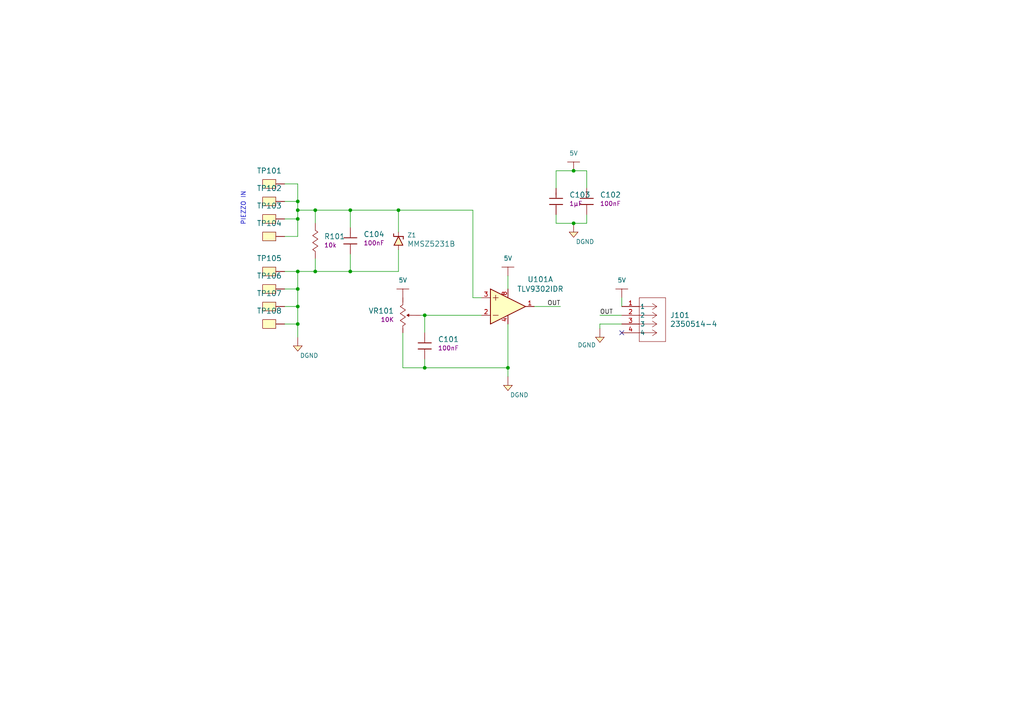
<source format=kicad_sch>
(kicad_sch (version 20231120) (generator "eeschema") (generator_version "8.0")
  (paper "A4")
  (title_block (title "PIEZZO") (date "2024-07-24") (company "Gérémy Sauvageau"))
  (lib_symbols
    (symbol "Amplifiers:TLV9302IDR" (pin_names (offset 0.254))
      (property "Reference" "U" (at 0.762 -7.366 0))
      (property "Value" "TLV9302IDR" (at 0.762 -9.906 0))
      (symbol "TLV9302IDR_0_1"
        (polyline (pts (xy -3.048 -2.54) (xy -1.524 -2.54)))
        (polyline (pts (xy -3.048 2.54) (xy -1.524 2.54)))
        (polyline (pts (xy -2.286 3.302) (xy -2.286 1.778)))
        (polyline (pts (xy -3.81 5.08) (xy -3.81 -5.08) (xy 6.35 0) (xy -3.81 5.08)) (stroke (width 0.254)) (fill (type background)))
      )
      (symbol "TLV9302IDR_1_1"
        (pin output line (at 8.89 0 180) (length 2.54) (name "") (number "1"))
        (pin input line (at -6.35 -2.54 0) (length 2.54) (name "") (number "2"))
        (pin input line (at -6.35 2.54 0) (length 2.54) (name "") (number "3"))
        (pin power_in line (at 1.27 -5.08 90) (length 2.54) (name "") (number "4"))
        (pin power_in line (at 1.27 5.08 270) (length 2.54) (name "") (number "8"))
      )
      (symbol "TLV9302IDR_2_1"
        (pin input line (at -6.35 2.54 0) (length 2.54) (name "") (number "5"))
        (pin input line (at -6.35 -2.54 0) (length 2.54) (name "") (number "6"))
        (pin output line (at 8.89 0 180) (length 2.54) (name "") (number "7"))
      )
    )
    (symbol "Capacitors:885012107015" (pin_numbers hide) (pin_names (offset 0) hide)
      (property "Reference" "C" (at -1.27 4.064 0))
      (property "Capacitance (Farad)" "1µF" (at -1.27 -3.048 0))
      (symbol "885012107015_0_1"
        (polyline (pts (xy -2.54 0) (xy -2.286 0)))
        (polyline (pts (xy -2.159 1.905) (xy -2.159 -1.905)) (stroke (width 0.254)))
        (polyline (pts (xy -0.381 1.905) (xy -0.381 -1.905)) (stroke (width 0.254)))
        (polyline (pts (xy 0 0) (xy -0.254 0)))
        (polyline (pts (xy 0.635 0) (xy 1.27 0)))
      )
      (symbol "885012107015_1_1"
        (pin passive line (at -5.08 0 0) (length 2.54) (name "1") (number "1"))
        (pin passive line (at 2.54 0 180) (length 2.54) (name "2") (number "2"))
      )
    )
    (symbol "Capacitors:885012207098" (pin_numbers hide) (pin_names (offset 0) hide)
      (property "Reference" "C" (at -1.27 4.064 0))
      (property "Capacitance (Farad)" "100nF" (at -1.27 -3.048 0))
      (symbol "885012207098_0_1"
        (polyline (pts (xy -2.54 0) (xy -2.286 0)))
        (polyline (pts (xy -2.159 1.905) (xy -2.159 -1.905)) (stroke (width 0.254)))
        (polyline (pts (xy -0.381 1.905) (xy -0.381 -1.905)) (stroke (width 0.254)))
        (polyline (pts (xy 0 0) (xy -0.254 0)))
        (polyline (pts (xy 0.635 0) (xy 1.27 0)))
      )
      (symbol "885012207098_1_1"
        (pin passive line (at -5.08 0 0) (length 2.54) (name "1") (number "1"))
        (pin passive line (at 2.54 0 180) (length 2.54) (name "2") (number "2"))
      )
    )
    (symbol "Connectors:2350514-4" (pin_names (offset 0.254))
      (property "Reference" "J" (at 8.89 6.35 0))
      (property "Value" "2350514-4" (at 0 0 0))
      (symbol "2350514-4_1_1"
        (polyline (pts (xy 5.08 -10.16) (xy 12.7 -10.16)) (stroke (width 0.127)))
        (polyline (pts (xy 5.08 2.54) (xy 5.08 -10.16)) (stroke (width 0.127)))
        (polyline (pts (xy 10.16 -7.62) (xy 5.08 -7.62)) (stroke (width 0.127)))
        (polyline (pts (xy 10.16 -7.62) (xy 8.89 -8.4667)) (stroke (width 0.127)))
        (polyline (pts (xy 10.16 -7.62) (xy 8.89 -6.7733)) (stroke (width 0.127)))
        (polyline (pts (xy 10.16 -5.08) (xy 5.08 -5.08)) (stroke (width 0.127)))
        (polyline (pts (xy 10.16 -5.08) (xy 8.89 -5.9267)) (stroke (width 0.127)))
        (polyline (pts (xy 10.16 -5.08) (xy 8.89 -4.2333)) (stroke (width 0.127)))
        (polyline (pts (xy 10.16 -2.54) (xy 5.08 -2.54)) (stroke (width 0.127)))
        (polyline (pts (xy 10.16 -2.54) (xy 8.89 -3.3867)) (stroke (width 0.127)))
        (polyline (pts (xy 10.16 -2.54) (xy 8.89 -1.6933)) (stroke (width 0.127)))
        (polyline (pts (xy 10.16 0) (xy 5.08 0)) (stroke (width 0.127)))
        (polyline (pts (xy 10.16 0) (xy 8.89 -0.8467)) (stroke (width 0.127)))
        (polyline (pts (xy 10.16 0) (xy 8.89 0.8467)) (stroke (width 0.127)))
        (polyline (pts (xy 12.7 -10.16) (xy 12.7 2.54)) (stroke (width 0.127)))
        (polyline (pts (xy 12.7 2.54) (xy 5.08 2.54)) (stroke (width 0.127)))
        (pin unspecified line (at 0 0 0) (length 5.08) (name "1") (number "1"))
        (pin unspecified line (at 0 -2.54 0) (length 5.08) (name "2") (number "2"))
        (pin unspecified line (at 0 -5.08 0) (length 5.08) (name "3") (number "3"))
        (pin unspecified line (at 0 -7.62 0) (length 5.08) (name "4") (number "4"))
      )
      (symbol "2350514-4_1_2"
        (polyline (pts (xy 5.08 -10.16) (xy 12.7 -10.16)) (stroke (width 0.127)))
        (polyline (pts (xy 5.08 2.54) (xy 5.08 -10.16)) (stroke (width 0.127)))
        (polyline (pts (xy 7.62 -7.62) (xy 5.08 -7.62)) (stroke (width 0.127)))
        (polyline (pts (xy 7.62 -7.62) (xy 8.89 -8.4667)) (stroke (width 0.127)))
        (polyline (pts (xy 7.62 -7.62) (xy 8.89 -6.7733)) (stroke (width 0.127)))
        (polyline (pts (xy 7.62 -5.08) (xy 5.08 -5.08)) (stroke (width 0.127)))
        (polyline (pts (xy 7.62 -5.08) (xy 8.89 -5.9267)) (stroke (width 0.127)))
        (polyline (pts (xy 7.62 -5.08) (xy 8.89 -4.2333)) (stroke (width 0.127)))
        (polyline (pts (xy 7.62 -2.54) (xy 5.08 -2.54)) (stroke (width 0.127)))
        (polyline (pts (xy 7.62 -2.54) (xy 8.89 -3.3867)) (stroke (width 0.127)))
        (polyline (pts (xy 7.62 -2.54) (xy 8.89 -1.6933)) (stroke (width 0.127)))
        (polyline (pts (xy 7.62 0) (xy 5.08 0)) (stroke (width 0.127)))
        (polyline (pts (xy 7.62 0) (xy 8.89 -0.8467)) (stroke (width 0.127)))
        (polyline (pts (xy 7.62 0) (xy 8.89 0.8467)) (stroke (width 0.127)))
        (polyline (pts (xy 12.7 -10.16) (xy 12.7 2.54)) (stroke (width 0.127)))
        (polyline (pts (xy 12.7 2.54) (xy 5.08 2.54)) (stroke (width 0.127)))
        (pin unspecified line (at 0 0 0) (length 5.08) (name "1") (number "1"))
        (pin unspecified line (at 0 -2.54 0) (length 5.08) (name "2") (number "2"))
        (pin unspecified line (at 0 -5.08 0) (length 5.08) (name "3") (number "3"))
        (pin unspecified line (at 0 -7.62 0) (length 5.08) (name "4") (number "4"))
      )
    )
    (symbol "Connectors:Test_Point_THM" (pin_numbers hide) (pin_names (offset 0) hide)
      (property "Reference" "TP" (at -5.08 2.54 0))
      (symbol "Test_Point_THM_0_1"
        (rectangle (start -6.35 1.27) (end -2.54 -1.27) (fill (type background)))
      )
      (symbol "Test_Point_THM_1_1"
        (pin passive line (at 0 0 180) (length 2.54) (name "TP") (number "1"))
      )
    )
    (symbol "Diodes:MMSZ5231B-7-F" (pin_numbers hide) (pin_names (offset 0) hide)
      (property "Reference" "Z" (at 0 3.048 0))
      (property "Value" "MMSZ5231B" (at 0 -3.302 0))
      (symbol "MMSZ5231B-7-F_0_1"
        (polyline (pts (xy -1.27 1.27) (xy -1.27 -1.27) (xy 1.27 0) (xy -1.27 1.27)) (stroke (width 0.254)) (fill (type background)))
      )
      (symbol "MMSZ5231B-7-F_1_1"
        (polyline (pts (xy 1.27 -1.397) (xy 0.508 -1.397)) (stroke (width 0.254)))
        (polyline (pts (xy 1.27 -1.397) (xy 1.27 1.397) (xy 2.032 1.397)) (stroke (width 0.254)))
        (pin input line (at 2.54 0 180) (length 1.27) (name "Cathode") (number "1"))
        (pin input line (at -2.54 0 0) (length 1.27) (name "Anode") (number "2"))
      )
    )
    (symbol "Power_Port:5V" (power) (pin_numbers hide) (pin_names (offset 0) hide)
      (property "Value" "5V" (at -0.254 3.556 0))
      (symbol "5V_0_1"
        (polyline (pts (xy -1.778 2.54) (xy 0 2.54)))
        (polyline (pts (xy 0 0) (xy 0 2.54)))
        (polyline (pts (xy 0 2.54) (xy 1.778 2.54)))
      )
      (symbol "5V_1_1"
        (pin power_in line (at 0 0 90) (length 0) hide (name "5V") (number "1"))
      )
    )
    (symbol "Power_Port:DGND" (power) (pin_numbers hide) (pin_names (offset 0) hide)
      (property "Value" "DGND" (at 0 -2.54 0))
      (symbol "DGND_0_1"
        (polyline (pts (xy 0 0) (xy 1.27 0)))
        (polyline (pts (xy -1.27 0) (xy 0 -1.524) (xy 1.27 0)) (fill (type background)))
        (polyline (pts (xy 0 2.54) (xy 0 0) (xy -1.27 0)))
      )
      (symbol "DGND_1_1"
        (pin power_in line (at 0 2.54 90) (length 0) hide (name "DGND") (number "1"))
      )
    )
    (symbol "Resistors:67WR10KLF" (pin_numbers hide) (pin_names (offset 0) hide)
      (property "Reference" "VR" (at 2.794 2.921 0))
      (property "Resistance (Ohms)" "10K" (at 7.62 0 0))
      (symbol "67WR10KLF_0_1"
        (rectangle (start 0 -3.048) (end 0 -3.81))
        (polyline (pts (xy -3.81 0) (xy -1.143 0) (xy -1.778 0.381) (xy -1.778 -0.381) (xy -1.143 0)) (fill (type outline)))
        (polyline (pts (xy 0 -3.048) (xy 0.762 -2.54) (xy 0 -2.032) (xy -0.762 -1.524) (xy 0 -1.016) (xy 0.762 -0.508) (xy 0 0) (xy -0.762 0.508) (xy 0 1.016) (xy 0.762 1.524) (xy 0 2.032) (xy -0.762 2.54) (xy 0 3.048)))
        (rectangle (start 0 3.81) (end 0 3.048))
      )
      (symbol "67WR10KLF_1_1"
        (pin passive line (at 0 5.08 270) (length 1.27) (name "~") (number "1"))
        (pin passive line (at 0 -5.08 90) (length 1.27) (name "~") (number "2"))
        (pin passive line (at -5.08 0 0) (length 1.27) (name "~") (number "3"))
      )
    )
    (symbol "Resistors:RC0805JR-0710KL" (pin_numbers hide) (pin_names (offset 0) hide)
      (property "Reference" "R" (at 0 2.032 0))
      (property "Resistance (Ohms)" "10k" (at 0 -1.778 0))
      (symbol "RC0805JR-0710KL_0_1"
        (rectangle (start -3.048 0) (end -3.81 0))
        (polyline (pts (xy -3.048 0) (xy -2.54 0.762) (xy -2.032 0) (xy -1.524 -0.762) (xy -1.016 0) (xy -0.508 0.762) (xy 0 0) (xy 0.508 -0.762) (xy 1.016 0) (xy 1.524 0.762) (xy 2.032 0) (xy 2.54 -0.762) (xy 3.048 0)))
        (rectangle (start 3.81 0) (end 3.048 0))
      )
      (symbol "RC0805JR-0710KL_1_1"
        (pin passive line (at -5.08 0 0) (length 1.27) (name "1") (number "1"))
        (pin passive line (at 5.08 0 180) (length 1.27) (name "2") (number "2"))
      )
    )
  )
  (junction (at 101.6 60.96))
  (junction (at 91.44 78.74))
  (junction (at 123.19 91.44))
  (junction (at 115.57 60.96))
  (junction (at 86.36 78.74))
  (junction (at 101.6 78.74))
  (junction (at 123.19 106.68))
  (junction (at 86.36 93.98))
  (junction (at 166.37 64.77))
  (junction (at 91.44 60.96))
  (junction (at 166.37 49.53))
  (junction (at 86.36 63.5))
  (junction (at 86.36 58.42))
  (junction (at 86.36 88.9))
  (junction (at 147.32 106.68))
  (junction (at 86.36 60.96))
  (junction (at 86.36 83.82))
  (no_connect (at 180.34 96.52))
  (wire (pts (xy 86.36 88.9) (xy 86.36 83.82)))
  (wire (pts (xy 116.84 106.68) (xy 116.84 96.52)))
  (wire (pts (xy 115.57 60.96) (xy 137.16 60.96)))
  (wire (pts (xy 170.18 64.77) (xy 170.18 62.23)))
  (wire (pts (xy 170.18 49.53) (xy 166.37 49.53)))
  (wire (pts (xy 123.19 91.44) (xy 123.19 96.52)))
  (wire (pts (xy 161.29 64.77) (xy 166.37 64.77)))
  (wire (pts (xy 147.32 106.68) (xy 147.32 109.22)))
  (wire (pts (xy 91.44 78.74) (xy 86.36 78.74)))
  (wire (pts (xy 86.36 63.5) (xy 86.36 60.96)))
  (wire (pts (xy 123.19 91.44) (xy 139.7 91.44)))
  (wire (pts (xy 101.6 60.96) (xy 101.6 66.04)))
  (wire (pts (xy 115.57 78.74) (xy 101.6 78.74)))
  (wire (pts (xy 137.16 60.96) (xy 137.16 86.36)))
  (wire (pts (xy 91.44 64.77) (xy 91.44 60.96)))
  (wire (pts (xy 82.55 83.82) (xy 86.36 83.82)))
  (wire (pts (xy 82.55 63.5) (xy 86.36 63.5)))
  (wire (pts (xy 101.6 60.96) (xy 115.57 60.96)))
  (wire (pts (xy 91.44 74.93) (xy 91.44 78.74)))
  (wire (pts (xy 116.84 106.68) (xy 123.19 106.68)))
  (wire (pts (xy 115.57 78.74) (xy 115.57 72.39)))
  (wire (pts (xy 173.99 93.98) (xy 180.34 93.98)))
  (wire (pts (xy 86.36 53.34) (xy 82.55 53.34)))
  (wire (pts (xy 173.99 93.98) (xy 173.99 95.25)))
  (wire (pts (xy 82.55 88.9) (xy 86.36 88.9)))
  (wire (pts (xy 121.92 91.44) (xy 123.19 91.44)))
  (wire (pts (xy 170.18 54.61) (xy 170.18 49.53)))
  (wire (pts (xy 161.29 54.61) (xy 161.29 49.53)))
  (wire (pts (xy 101.6 78.74) (xy 91.44 78.74)))
  (wire (pts (xy 161.29 62.23) (xy 161.29 64.77)))
  (wire (pts (xy 86.36 60.96) (xy 91.44 60.96)))
  (wire (pts (xy 123.19 104.14) (xy 123.19 106.68)))
  (wire (pts (xy 86.36 97.79) (xy 86.36 93.98)))
  (wire (pts (xy 123.19 106.68) (xy 147.32 106.68)))
  (wire (pts (xy 86.36 93.98) (xy 86.36 88.9)))
  (wire (pts (xy 166.37 64.77) (xy 170.18 64.77)))
  (wire (pts (xy 91.44 60.96) (xy 101.6 60.96)))
  (wire (pts (xy 82.55 68.58) (xy 86.36 68.58)))
  (wire (pts (xy 86.36 78.74) (xy 82.55 78.74)))
  (wire (pts (xy 147.32 80.01) (xy 147.32 83.82)))
  (wire (pts (xy 86.36 60.96) (xy 86.36 58.42)))
  (wire (pts (xy 147.32 93.98) (xy 147.32 106.68)))
  (wire (pts (xy 115.57 60.96) (xy 115.57 67.31)))
  (wire (pts (xy 82.55 93.98) (xy 86.36 93.98)))
  (wire (pts (xy 173.99 91.44) (xy 180.34 91.44)))
  (wire (pts (xy 82.55 58.42) (xy 86.36 58.42)))
  (wire (pts (xy 101.6 73.66) (xy 101.6 78.74)))
  (wire (pts (xy 154.94 88.9) (xy 162.56 88.9)))
  (wire (pts (xy 86.36 68.58) (xy 86.36 63.5)))
  (wire (pts (xy 86.36 83.82) (xy 86.36 78.74)))
  (wire (pts (xy 180.34 86.36) (xy 180.34 88.9)))
  (wire (pts (xy 161.29 49.53) (xy 166.37 49.53)))
  (wire (pts (xy 137.16 86.36) (xy 139.7 86.36)))
  (wire (pts (xy 86.36 58.42) (xy 86.36 53.34)))
  (text "PIEZZO IN" (at 70.612 60.452 90) (effects (font (size 1.27 1.27))))
  (label "OUT" (at 162.56 88.9 180))
  (label "OUT" (at 173.99 91.44 0))
  (symbol (lib_id "Connectors:Test_Point_THM") (at 82.55 68.58 0) (unit 1)
    (property "Reference" "TP104" (at 78.105 64.77 0) (effects (font (size 1.524 1.524))))
    (property "Value" "Test_Point_THM" (effects (hide yes)))
    (property "Footprint" "Connectors:Keystone_5001" (effects (hide yes)))
    (property "Datasheet" "http://keyelco.com/userAssets/file/M65p56.pdf" (effects (hide yes)))
    (property "Description" "TEST POINT PC MINI .040\"D BLACK" (effects (hide yes)))
    (property "Supplier" "Digikey" (effects (hide yes)))
    (property "Supplier Part Number" "36-5001-ND" (effects (hide yes)))
    (property "Manufacturer" "Keystone Electronics" (effects (hide yes)))
    (property "Manufacturer Part Number" "5001" (effects (hide yes)))
  )
  (symbol (lib_id "Power_Port:DGND") (at 166.37 67.31 0) (unit 1)
    (property "Reference" "#PWR0108" (effects (hide yes)))
    (property "Value" "DGND" (at 169.672 70.104 0))
  )
  (symbol (lib_id "Connectors:Test_Point_THM") (at 82.55 88.9 0) (unit 1)
    (property "Reference" "TP107" (at 78.105 85.09 0) (effects (font (size 1.524 1.524))))
    (property "Value" "Test_Point_THM" (effects (hide yes)))
    (property "Footprint" "Connectors:Keystone_5001" (effects (hide yes)))
    (property "Datasheet" "http://keyelco.com/userAssets/file/M65p56.pdf" (effects (hide yes)))
    (property "Description" "TEST POINT PC MINI .040\"D BLACK" (effects (hide yes)))
    (property "Supplier" "Digikey" (effects (hide yes)))
    (property "Supplier Part Number" "36-5001-ND" (effects (hide yes)))
    (property "Manufacturer" "Keystone Electronics" (effects (hide yes)))
    (property "Manufacturer Part Number" "5001" (effects (hide yes)))
  )
  (symbol (lib_id "Connectors:Test_Point_THM") (at 82.55 93.98 0) (unit 1)
    (property "Reference" "TP108" (at 78.105 90.17 0) (effects (font (size 1.524 1.524))))
    (property "Value" "Test_Point_THM" (effects (hide yes)))
    (property "Footprint" "Connectors:Keystone_5001" (effects (hide yes)))
    (property "Datasheet" "http://keyelco.com/userAssets/file/M65p56.pdf" (effects (hide yes)))
    (property "Description" "TEST POINT PC MINI .040\"D BLACK" (effects (hide yes)))
    (property "Supplier" "Digikey" (effects (hide yes)))
    (property "Supplier Part Number" "36-5001-ND" (effects (hide yes)))
    (property "Manufacturer" "Keystone Electronics" (effects (hide yes)))
    (property "Manufacturer Part Number" "5001" (effects (hide yes)))
  )
  (symbol (lib_id "Resistors:67WR10KLF") (at 116.84 91.44 180) (unit 1)
    (property "Reference" "VR101" (at 114.3 90.1699 0) (effects (font (size 1.524 1.524)) (justify left)))
    (property "Value" "67WR10KLF" (effects (hide yes)))
    (property "Footprint" "Resistors:67W" (effects (hide yes)))
    (property "Datasheet" "https://www.ttelectronics.com/TTElectronics/media/ProductFiles/Datasheet/67.pdf" (effects (hide yes)))
    (property "Description" "TRIMMER 10K OHM 0.5W TH" (effects (hide yes)))
    (property "Supplier" "Digikey" (effects (hide yes)))
    (property "Supplier Part Number" "987-1088-ND" (effects (hide yes)))
    (property "Manufacturer" "TT Electronics/BI" (effects (hide yes)))
    (property "Manufacturer Part Number" "67WR10KLF" (effects (hide yes)))
    (property "Resistance (Ohms)" "10K" (at 114.3 92.7099 0) (effects (justify left)))
    (property "Puissance (Watts)" "0.5W" (effects (hide yes)))
    (property "Tolerance (%)" "±10%" (effects (hide yes)))
  )
  (symbol (lib_id "Power_Port:5V") (at 166.37 49.53 0) (unit 1)
    (property "Reference" "#PWR0107" (effects (hide yes)))
    (property "Value" "5V" (at 166.37 44.45 0))
  )
  (symbol (lib_id "Connectors:Test_Point_THM") (at 82.55 53.34 0) (unit 1)
    (property "Reference" "TP101" (at 78.105 49.53 0) (effects (font (size 1.524 1.524))))
    (property "Value" "Test_Point_THM" (effects (hide yes)))
    (property "Footprint" "Connectors:Keystone_5001" (effects (hide yes)))
    (property "Datasheet" "http://keyelco.com/userAssets/file/M65p56.pdf" (effects (hide yes)))
    (property "Description" "TEST POINT PC MINI .040\"D BLACK" (effects (hide yes)))
    (property "Supplier" "Digikey" (effects (hide yes)))
    (property "Supplier Part Number" "36-5001-ND" (effects (hide yes)))
    (property "Manufacturer" "Keystone Electronics" (effects (hide yes)))
    (property "Manufacturer Part Number" "5001" (effects (hide yes)))
  )
  (symbol (lib_id "Connectors:2350514-4") (at 180.34 88.9 0) (unit 1)
    (property "Reference" "J101" (at 194.31 91.4399 0) (effects (font (size 1.524 1.524)) (justify left)))
    (property "Value" "2350514-4" (at 194.31 93.9799 0) (effects (font (size 1.524 1.524)) (justify left)))
    (property "Footprint" "CONN4_1155650000_TEC" (effects (hide yes)))
    (property "Datasheet" "2350514-4" (effects (hide yes)))
    (property "Description" "Terminal block 4pos 3.5mm" (effects (hide yes)))
    (property "Supplier Part Number" "A145380-ND" (effects (hide yes)))
    (property "Supplier" "Digikey" (effects (hide yes)))
    (property "Manufacturer" "TE" (effects (hide yes)))
    (property "Manufacturer Part Number" "2350514-4" (effects (hide yes)))
  )
  (symbol (lib_id "Connectors:Test_Point_THM") (at 82.55 58.42 0) (unit 1)
    (property "Reference" "TP102" (at 78.105 54.61 0) (effects (font (size 1.524 1.524))))
    (property "Value" "Test_Point_THM" (effects (hide yes)))
    (property "Footprint" "Connectors:Keystone_5001" (effects (hide yes)))
    (property "Datasheet" "http://keyelco.com/userAssets/file/M65p56.pdf" (effects (hide yes)))
    (property "Description" "TEST POINT PC MINI .040\"D BLACK" (effects (hide yes)))
    (property "Supplier" "Digikey" (effects (hide yes)))
    (property "Supplier Part Number" "36-5001-ND" (effects (hide yes)))
    (property "Manufacturer" "Keystone Electronics" (effects (hide yes)))
    (property "Manufacturer Part Number" "5001" (effects (hide yes)))
  )
  (symbol (lib_id "Power_Port:DGND") (at 147.32 111.76 0) (unit 1)
    (property "Reference" "#PWR0101" (effects (hide yes)))
    (property "Value" "DGND" (at 150.622 114.554 0))
  )
  (symbol (lib_id "Power_Port:5V") (at 116.84 86.36 0) (unit 1)
    (property "Reference" "#PWR0103" (effects (hide yes)))
    (property "Value" "5V" (at 116.84 81.28 0))
  )
  (symbol (lib_id "Power_Port:5V") (at 147.32 80.01 0) (unit 1)
    (property "Reference" "#PWR0102" (effects (hide yes)))
    (property "Value" "5V" (at 147.32 74.93 0))
  )
  (symbol (lib_id "Capacitors:885012107015") (at 161.29 57.15 90) (unit 1)
    (property "Reference" "C103" (at 165.1 56.5149 90) (effects (font (size 1.524 1.524)) (justify right)))
    (property "Value" "885012107015" (effects (hide yes)))
    (property "Footprint" "Capacitors:C0805" (effects (hide yes)))
    (property "Datasheet" "D" (effects (hide yes)))
    (property "Description" "CAP CER 1UF 25V X5R 0805" (effects (hide yes)))
    (property "Supplier" "Digikey" (effects (hide yes)))
    (property "Supplier Part Number" "732-7625-1-ND" (effects (hide yes)))
    (property "Manufacturer" "Wurth Electronics Inc." (effects (hide yes)))
    (property "Manufacturer Part Number" "885012107015" (effects (hide yes)))
    (property "Capacitance (Farad)" "1µF" (at 165.1 59.0549 90) (effects (justify right)))
    (property "Tolerance (%)" "±20%" (effects (hide yes)))
    (property "Voltage Rated (Volt)" "25V" (effects (hide yes)))
  )
  (symbol (lib_id "Capacitors:885012207098") (at 170.18 57.15 90) (unit 1)
    (property "Reference" "C102" (at 173.99 56.5149 90) (effects (font (size 1.524 1.524)) (justify right)))
    (property "Value" "885012207098" (effects (hide yes)))
    (property "Footprint" "Capacitors:C0805" (effects (hide yes)))
    (property "Datasheet" "D" (effects (hide yes)))
    (property "Description" "CAP CER 0.1UF 100nF 50V X7R 0805" (effects (hide yes)))
    (property "Supplier" "Digikey" (effects (hide yes)))
    (property "Supplier Part Number" "732-8080-1-ND" (effects (hide yes)))
    (property "Manufacturer" "Wurth Electronics Inc." (effects (hide yes)))
    (property "Manufacturer Part Number" "885012207098" (effects (hide yes)))
    (property "Capacitance (Farad)" "100nF" (at 173.99 59.0549 90) (effects (justify right)))
    (property "Tolerance (%)" "±10%" (effects (hide yes)))
    (property "Voltage Rated (Volt)" "50V" (effects (hide yes)))
  )
  (symbol (lib_id "Power_Port:DGND") (at 173.99 97.79 0) (unit 1)
    (property "Reference" "#PWR0106" (effects (hide yes)))
    (property "Value" "DGND" (at 170.18 100.076 0))
  )
  (symbol (lib_id "Connectors:Test_Point_THM") (at 82.55 63.5 0) (unit 1)
    (property "Reference" "TP103" (at 78.105 59.69 0) (effects (font (size 1.524 1.524))))
    (property "Value" "Test_Point_THM" (effects (hide yes)))
    (property "Footprint" "Connectors:Keystone_5001" (effects (hide yes)))
    (property "Datasheet" "http://keyelco.com/userAssets/file/M65p56.pdf" (effects (hide yes)))
    (property "Description" "TEST POINT PC MINI .040\"D BLACK" (effects (hide yes)))
    (property "Supplier" "Digikey" (effects (hide yes)))
    (property "Supplier Part Number" "36-5001-ND" (effects (hide yes)))
    (property "Manufacturer" "Keystone Electronics" (effects (hide yes)))
    (property "Manufacturer Part Number" "5001" (effects (hide yes)))
  )
  (symbol (lib_id "Capacitors:885012207098") (at 123.19 99.06 90) (unit 1)
    (property "Reference" "C101" (at 127 98.4249 90) (effects (font (size 1.524 1.524)) (justify right)))
    (property "Value" "885012207098" (effects (hide yes)))
    (property "Footprint" "Capacitors:C0805" (effects (hide yes)))
    (property "Datasheet" "D" (effects (hide yes)))
    (property "Description" "CAP CER 0.1UF 100nF 50V X7R 0805" (effects (hide yes)))
    (property "Supplier" "Digikey" (effects (hide yes)))
    (property "Supplier Part Number" "732-8080-1-ND" (effects (hide yes)))
    (property "Manufacturer" "Wurth Electronics Inc." (effects (hide yes)))
    (property "Manufacturer Part Number" "885012207098" (effects (hide yes)))
    (property "Capacitance (Farad)" "100nF" (at 127 100.9649 90) (effects (justify right)))
    (property "Tolerance (%)" "±10%" (effects (hide yes)))
    (property "Voltage Rated (Volt)" "50V" (effects (hide yes)))
  )
  (symbol (lib_id "Capacitors:885012207098") (at 101.6 68.58 90) (unit 1)
    (property "Reference" "C104" (at 105.41 67.9449 90) (effects (font (size 1.524 1.524)) (justify right)))
    (property "Value" "885012207098" (effects (hide yes)))
    (property "Footprint" "Capacitors:C0805" (effects (hide yes)))
    (property "Datasheet" "D" (effects (hide yes)))
    (property "Description" "CAP CER 0.1UF 100nF 50V X7R 0805" (effects (hide yes)))
    (property "Supplier" "Digikey" (effects (hide yes)))
    (property "Supplier Part Number" "732-8080-1-ND" (effects (hide yes)))
    (property "Manufacturer" "Wurth Electronics Inc." (effects (hide yes)))
    (property "Manufacturer Part Number" "885012207098" (effects (hide yes)))
    (property "Capacitance (Farad)" "100nF" (at 105.41 70.4849 90) (effects (justify right)))
    (property "Tolerance (%)" "±10%" (effects (hide yes)))
    (property "Voltage Rated (Volt)" "50V" (effects (hide yes)))
  )
  (symbol (lib_id "Diodes:MMSZ5231B-7-F") (at 115.57 69.85 90) (unit 1)
    (property "Reference" "Z1" (at 118.11 68.1989 90) (effects (justify right)))
    (property "Value" "MMSZ5231B" (at 118.11 70.7389 90) (effects (font (size 1.524 1.524)) (justify right)))
    (property "Footprint" "Diodes:SOD-123FL" (effects (hide yes)))
    (property "Datasheet" "https://www.diodes.com/assets/Datasheets/ds18010.pdf" (effects (hide yes)))
    (property "Description" "DIODE ZENER 5.1V 500MW SOD123" (effects (hide yes)))
    (property "Supplier" "Digikey" (effects (hide yes)))
    (property "Supplier Part Number" "MMSZ5231B-FDITR-ND" (effects (hide yes)))
    (property "Manufacturer" "Diodes Incorporated" (effects (hide yes)))
    (property "Manufacturer Part Number" "MMSZ5231B-7-F" (effects (hide yes)))
  )
  (symbol (lib_id "Connectors:Test_Point_THM") (at 82.55 83.82 0) (unit 1)
    (property "Reference" "TP106" (at 78.105 80.01 0) (effects (font (size 1.524 1.524))))
    (property "Value" "Test_Point_THM" (effects (hide yes)))
    (property "Footprint" "Connectors:Keystone_5001" (effects (hide yes)))
    (property "Datasheet" "http://keyelco.com/userAssets/file/M65p56.pdf" (effects (hide yes)))
    (property "Description" "TEST POINT PC MINI .040\"D BLACK" (effects (hide yes)))
    (property "Supplier" "Digikey" (effects (hide yes)))
    (property "Supplier Part Number" "36-5001-ND" (effects (hide yes)))
    (property "Manufacturer" "Keystone Electronics" (effects (hide yes)))
    (property "Manufacturer Part Number" "5001" (effects (hide yes)))
  )
  (symbol (lib_id "Resistors:RC0805JR-0710KL") (at 91.44 69.85 90) (unit 1)
    (property "Reference" "R101" (at 93.98 68.5799 90) (effects (font (size 1.524 1.524)) (justify right)))
    (property "Value" "RC0805JR-0710KL" (effects (hide yes)))
    (property "Footprint" "Resistors:R0805" (effects (hide yes)))
    (property "Datasheet" "http://www.yageo.com/documents/recent/PYu-RC_Group_51_RoHS_L_7.pdf" (effects (hide yes)))
    (property "Description" "RES SMD 10K OHM 5% 1/8W 0805" (effects (hide yes)))
    (property "Supplier" "Digikey" (effects (hide yes)))
    (property "Supplier Part Number" "311-10KARCT-ND" (effects (hide yes)))
    (property "Manufacturer" "Yageo" (effects (hide yes)))
    (property "Manufacturer Part Number" "RC0805JR-0710KL" (effects (hide yes)))
    (property "Resistance (Ohms)" "10k" (at 93.98 71.1199 90) (effects (justify right)))
    (property "Tolerance (%)" "±5%" (effects (hide yes)))
    (property "Puissance (Watts)" "1/8W" (effects (hide yes)))
  )
  (symbol (lib_id "Power_Port:DGND") (at 86.36 100.33 0) (unit 1)
    (property "Reference" "#PWR0104" (effects (hide yes)))
    (property "Value" "DGND" (at 89.662 103.124 0))
  )
  (symbol (lib_id "Connectors:Test_Point_THM") (at 82.55 78.74 0) (unit 1)
    (property "Reference" "TP105" (at 78.105 74.93 0) (effects (font (size 1.524 1.524))))
    (property "Value" "Test_Point_THM" (effects (hide yes)))
    (property "Footprint" "Connectors:Keystone_5001" (effects (hide yes)))
    (property "Datasheet" "http://keyelco.com/userAssets/file/M65p56.pdf" (effects (hide yes)))
    (property "Description" "TEST POINT PC MINI .040\"D BLACK" (effects (hide yes)))
    (property "Supplier" "Digikey" (effects (hide yes)))
    (property "Supplier Part Number" "36-5001-ND" (effects (hide yes)))
    (property "Manufacturer" "Keystone Electronics" (effects (hide yes)))
    (property "Manufacturer Part Number" "5001" (effects (hide yes)))
  )
  (symbol (lib_id "Amplifiers:TLV9302IDR") (at 146.05 88.9 0) (unit 1)
    (property "Reference" "U101" (at 156.718 81.026 0) (effects (font (size 1.524 1.524))))
    (property "Value" "TLV9302IDR" (at 156.718 83.82 0) (effects (font (size 1.524 1.524))))
    (property "Footprint" "Assembly:IC8_TLV9302IDR_TEX" (effects (hide yes)))
    (property "Datasheet" "https://www.ti.com/lit/ds/symlink/tlv9301.pdf?HQS=dis-dk-null-digikeymode-dsf-pf-null-wwe&ts=1715651561791" (effects (hide yes)))
    (property "Description" "IC OPAMP GP 2 CIRCUIT 8SOIC" (effects (hide yes)))
    (property "Manufacturer" "Texas Instruments" (effects (hide yes)))
    (property "Manufacturer Part Number" "TLV9302IDR" (effects (hide yes)))
    (property "Supplier" "Digikey" (effects (hide yes)))
    (property "Supplier Part Number" "296-53513-1-ND" (effects (hide yes)))
  )
  (symbol (lib_id "Power_Port:5V") (at 180.34 86.36 0) (unit 1)
    (property "Reference" "#PWR0105" (effects (hide yes)))
    (property "Value" "5V" (at 180.34 81.28 0))
  )
)
</source>
